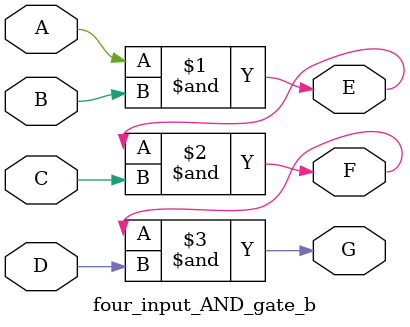
<source format=v>
`timescale 1ns / 1ps

module four_input_AND_gate_b(
    input A,
    input B,
    output E,
    input C,
    output F,
    input D,
    output G
    );
    
    assign E = A & B;
    assign F = E & C;
    assign G = F & D;
endmodule
</source>
